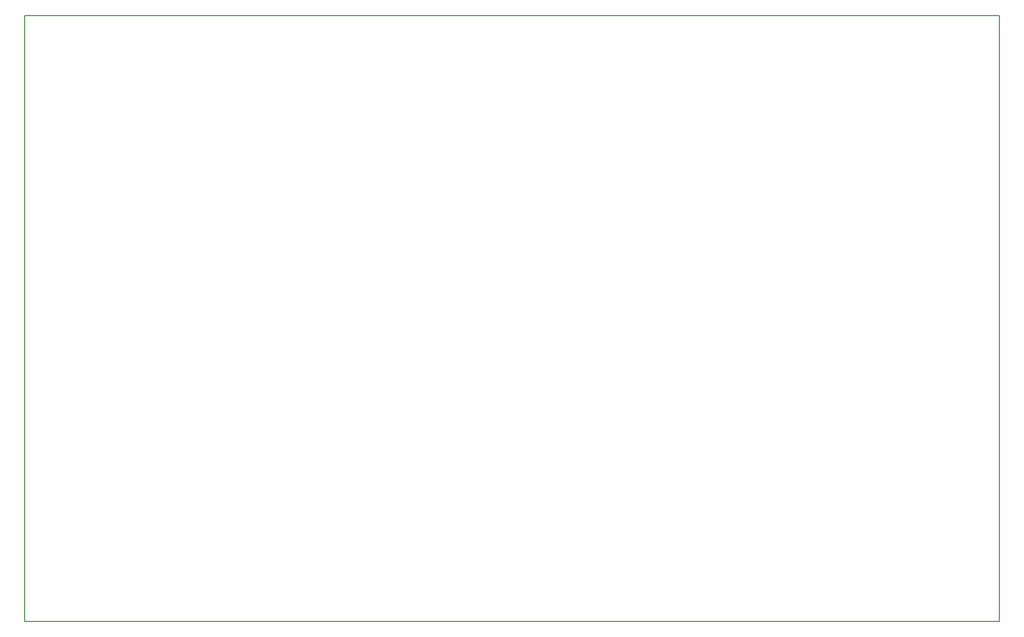
<source format=gbr>
G04 DipTrace 3.3.1.1*
G04 BoardOutline.gbr*
%MOMM*%
G04 #@! TF.FileFunction,Profile*
G04 #@! TF.Part,Single*
%ADD11C,0.14*%
%FSLAX35Y35*%
G04*
G71*
G90*
G75*
G01*
G04 BoardOutline*
%LPD*%
X1000000Y1000000D2*
D11*
Y11200000D1*
X17400000D1*
Y1000000D1*
X1000000D1*
M02*

</source>
